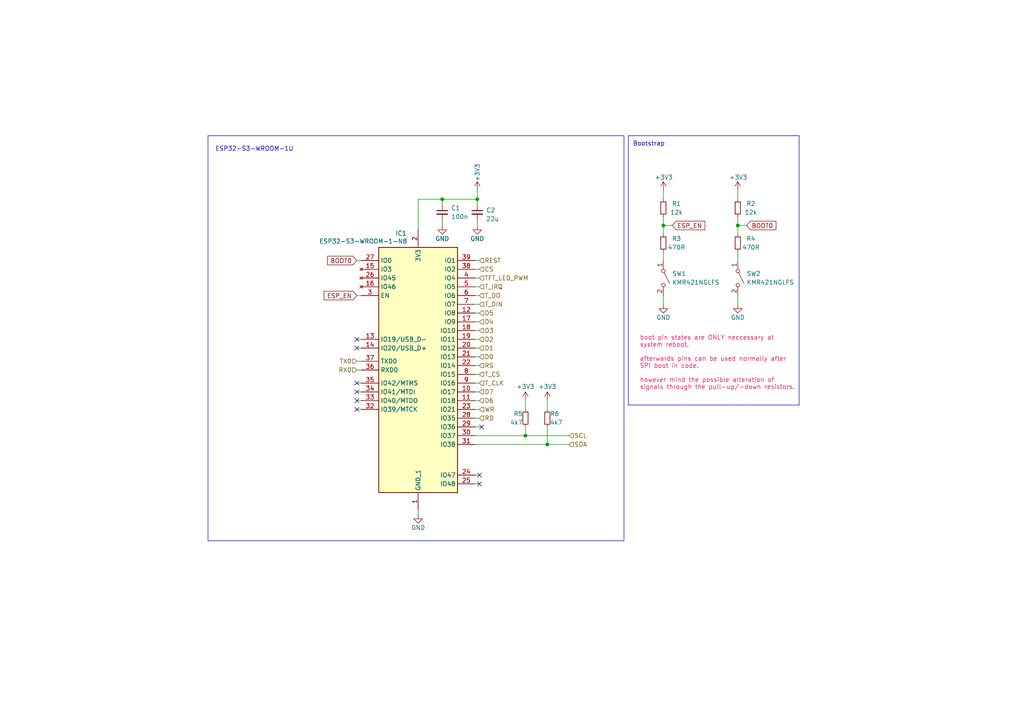
<source format=kicad_sch>
(kicad_sch (version 20231120) (generator "eeschema") (generator_version "8.0")
  (paper "A4")
  (lib_symbols
    (symbol "Device:C_Small" (pin_numbers hide) (pin_names (offset 0.254) hide)
      (property "Reference" "C" (at 0.254 1.778 0))
      (property "Value" "C_Small" (at 0.254 -2.032 0))
      (symbol "C_Small_0_1"
        (polyline (pts (xy -1.524 -0.508) (xy 1.524 -0.508)) (stroke (width 0.3302)))
        (polyline (pts (xy -1.524 0.508) (xy 1.524 0.508)) (stroke (width 0.3048)))
      )
      (symbol "C_Small_1_1"
        (pin passive line (at 0 2.54 270) (length 2.032) (name "~") (number "1"))
        (pin passive line (at 0 -2.54 90) (length 2.032) (name "~") (number "2"))
      )
    )
    (symbol "Device:R_Small" (pin_numbers hide) (pin_names (offset 0.254) hide)
      (property "Reference" "R" (at 0.762 0.508 0))
      (property "Value" "R_Small" (at 0.762 -1.016 0))
      (symbol "R_Small_0_1"
        (rectangle (start -0.762 1.778) (end 0.762 -1.778) (stroke (width 0.2032)))
      )
      (symbol "R_Small_1_1"
        (pin passive line (at 0 2.54 270) (length 0.762) (name "~") (number "1"))
        (pin passive line (at 0 -2.54 90) (length 0.762) (name "~") (number "2"))
      )
    )
    (symbol "ProjectSymbols:ESP32-S3-WROOM-1-N8R8"
      (property "Reference" "IC" (at 29.21 7.62 0))
      (property "Value" "ESP32-S3-WROOM-1-N8R8" (at 29.21 5.08 0))
      (symbol "ESP32-S3-WROOM-1-N8R8_1_1"
        (rectangle (start 5.08 2.54) (end 27.94 -68.58) (stroke (width 0.254)) (fill (type background)))
        (pin power_in line (at 16.51 -73.66 90) (length 5.08) (name "GND_1") (number "1"))
        (pin bidirectional line (at 33.02 -39.37 180) (length 5.08) (name "IO17") (number "10"))
        (pin bidirectional line (at 33.02 -41.91 180) (length 5.08) (name "IO18") (number "11"))
        (pin bidirectional line (at 33.02 -16.51 180) (length 5.08) (name "IO8") (number "12"))
        (pin bidirectional line (at 0 -24.13 0) (length 5.08) (name "IO19/USB_D-") (number "13"))
        (pin bidirectional line (at 0 -26.67 0) (length 5.08) (name "IO20/USB_D+") (number "14"))
        (pin no_connect line (at 0 -3.81 0) (length 5.08) (name "IO3") (number "15"))
        (pin no_connect line (at 0 -8.89 0) (length 5.08) (name "IO46") (number "16"))
        (pin bidirectional line (at 33.02 -19.05 180) (length 5.08) (name "IO9") (number "17"))
        (pin bidirectional line (at 33.02 -21.59 180) (length 5.08) (name "IO10") (number "18"))
        (pin bidirectional line (at 33.02 -24.13 180) (length 5.08) (name "IO11") (number "19"))
        (pin power_in line (at 16.51 7.62 270) (length 5.08) (name "3V3") (number "2"))
        (pin bidirectional line (at 33.02 -26.67 180) (length 5.08) (name "IO12") (number "20"))
        (pin bidirectional line (at 33.02 -29.21 180) (length 5.08) (name "IO13") (number "21"))
        (pin bidirectional line (at 33.02 -31.75 180) (length 5.08) (name "IO14") (number "22"))
        (pin bidirectional line (at 33.02 -44.45 180) (length 5.08) (name "IO21") (number "23"))
        (pin output line (at 33.02 -63.5 180) (length 5.08) (name "IO47") (number "24"))
        (pin output line (at 33.02 -66.04 180) (length 5.08) (name "IO48") (number "25"))
        (pin no_connect line (at 0 -6.35 0) (length 5.08) (name "IO45") (number "26"))
        (pin input line (at 0 -1.27 0) (length 5.08) (name "IO0") (number "27"))
        (pin bidirectional line (at 33.02 -46.99 180) (length 5.08) (name "IO35") (number "28"))
        (pin bidirectional line (at 33.02 -49.53 180) (length 5.08) (name "IO36") (number "29"))
        (pin input line (at 0 -11.43 0) (length 5.08) (name "EN") (number "3"))
        (pin bidirectional line (at 33.02 -52.07 180) (length 5.08) (name "IO37") (number "30"))
        (pin bidirectional line (at 33.02 -54.61 180) (length 5.08) (name "IO38") (number "31"))
        (pin bidirectional line (at 0 -44.45 0) (length 5.08) (name "IO39/MTCK") (number "32"))
        (pin bidirectional line (at 0 -41.91 0) (length 5.08) (name "IO40/MTDO") (number "33"))
        (pin bidirectional line (at 0 -39.37 0) (length 5.08) (name "IO41/MTDI") (number "34"))
        (pin bidirectional line (at 0 -36.83 0) (length 5.08) (name "IO42/MTMS") (number "35"))
        (pin passive line (at 0 -33.02 0) (length 5.08) (name "RXD0") (number "36"))
        (pin passive line (at 0 -30.48 0) (length 5.08) (name "TXD0") (number "37"))
        (pin bidirectional line (at 33.02 -3.81 180) (length 5.08) (name "IO2") (number "38"))
        (pin bidirectional line (at 33.02 -1.27 180) (length 5.08) (name "IO1") (number "39"))
        (pin bidirectional line (at 33.02 -6.35 180) (length 5.08) (name "IO4") (number "4"))
        (pin passive line (at 16.51 -73.66 90) (length 5.08) hide (name "GND_2") (number "40"))
        (pin passive line (at 16.51 -73.66 90) (length 5.08) hide (name "GND_3") (number "41"))
        (pin passive line (at 16.51 -73.66 90) (length 5.08) hide (name "GND_4") (number "42"))
        (pin passive line (at 16.51 -73.66 90) (length 5.08) hide (name "GND_5") (number "43"))
        (pin passive line (at 16.51 -73.66 90) (length 5.08) hide (name "GND_6") (number "44"))
        (pin passive line (at 16.51 -73.66 90) (length 5.08) hide (name "GND_7") (number "45"))
        (pin passive line (at 16.51 -73.66 90) (length 5.08) hide (name "GND_8") (number "46"))
        (pin passive line (at 16.51 -73.66 90) (length 5.08) hide (name "GND_9") (number "47"))
        (pin passive line (at 16.51 -73.66 90) (length 5.08) hide (name "GND_10") (number "48"))
        (pin passive line (at 16.51 -74.93 90) (length 5.08) hide (name "GND_11") (number "49"))
        (pin bidirectional line (at 33.02 -8.89 180) (length 5.08) (name "IO5") (number "5"))
        (pin bidirectional line (at 33.02 -11.43 180) (length 5.08) (name "IO6") (number "6"))
        (pin bidirectional line (at 33.02 -13.97 180) (length 5.08) (name "IO7") (number "7"))
        (pin bidirectional line (at 33.02 -34.29 180) (length 5.08) (name "IO15") (number "8"))
        (pin bidirectional line (at 33.02 -36.83 180) (length 5.08) (name "IO16") (number "9"))
      )
    )
    (symbol "Switch:SW_SPST" (pin_names (offset 0) hide)
      (property "Reference" "SW" (at 0 3.175 0))
      (property "Value" "SW_SPST" (at 0 -2.54 0))
      (symbol "SW_SPST_0_0"
        (circle (center -2.032 0) (radius 0.508))
        (polyline (pts (xy -1.524 0.254) (xy 1.524 1.778)))
        (circle (center 2.032 0) (radius 0.508))
      )
      (symbol "SW_SPST_1_1"
        (pin passive line (at -5.08 0 0) (length 2.54) (name "A") (number "1"))
        (pin passive line (at 5.08 0 180) (length 2.54) (name "B") (number "2"))
      )
    )
    (symbol "power:+3V3" (power) (pin_names (offset 0))
      (property "Value" "+3V3" (at 0 3.556 0))
      (symbol "+3V3_0_1"
        (polyline (pts (xy -0.762 1.27) (xy 0 2.54)))
        (polyline (pts (xy 0 0) (xy 0 2.54)))
        (polyline (pts (xy 0 2.54) (xy 0.762 1.27)))
      )
      (symbol "+3V3_1_1"
        (pin power_in line (at 0 0 90) (length 0) hide (name "+3V3") (number "1"))
      )
    )
    (symbol "power:GND" (power) (pin_names (offset 0))
      (property "Value" "GND" (at 0 -3.81 0))
      (symbol "GND_0_1"
        (polyline (pts (xy 0 0) (xy 0 -1.27) (xy 1.27 -1.27) (xy 0 -2.54) (xy -1.27 -1.27) (xy 0 -1.27)))
      )
      (symbol "GND_1_1"
        (pin power_in line (at 0 0 270) (length 0) hide (name "GND") (number "1"))
      )
    )
  )
  (junction (at 213.995 65.405))
  (junction (at 128.27 57.785))
  (junction (at 138.43 57.785))
  (junction (at 158.75 128.905))
  (junction (at 192.405 65.405))
  (junction (at 152.4 126.365))
  (no_connect (at 103.505 113.665))
  (no_connect (at 103.505 111.125))
  (no_connect (at 139.7 123.825))
  (no_connect (at 103.505 118.745))
  (no_connect (at 103.505 98.425))
  (no_connect (at 103.505 116.205))
  (no_connect (at 139.065 140.335))
  (no_connect (at 103.505 100.965))
  (no_connect (at 139.065 137.795))
  (wire (pts (xy 139.065 103.505) (xy 137.795 103.505)))
  (wire (pts (xy 121.285 149.225) (xy 121.285 147.955)))
  (wire (pts (xy 128.27 65.405) (xy 128.27 64.135)))
  (polyline (pts (xy 231.775 117.475) (xy 231.775 39.37)))
  (wire (pts (xy 139.7 123.825) (xy 137.795 123.825)))
  (wire (pts (xy 192.405 85.725) (xy 192.405 88.265)))
  (wire (pts (xy 103.505 113.665) (xy 104.775 113.665)))
  (wire (pts (xy 213.995 73.025) (xy 213.995 75.565)))
  (wire (pts (xy 139.065 95.885) (xy 137.795 95.885)))
  (wire (pts (xy 139.065 78.105) (xy 137.795 78.105)))
  (wire (pts (xy 139.065 111.125) (xy 137.795 111.125)))
  (wire (pts (xy 139.065 88.265) (xy 137.795 88.265)))
  (wire (pts (xy 103.505 75.565) (xy 104.775 75.565)))
  (wire (pts (xy 103.505 104.775) (xy 104.775 104.775)))
  (wire (pts (xy 213.995 85.725) (xy 213.995 88.265)))
  (wire (pts (xy 213.995 55.245) (xy 213.995 57.785)))
  (wire (pts (xy 138.43 59.055) (xy 138.43 57.785)))
  (wire (pts (xy 158.75 116.205) (xy 158.75 118.745)))
  (wire (pts (xy 192.405 55.245) (xy 192.405 57.785)))
  (wire (pts (xy 137.795 128.905) (xy 158.75 128.905)))
  (wire (pts (xy 121.285 57.785) (xy 121.285 66.675)))
  (wire (pts (xy 139.065 85.725) (xy 137.795 85.725)))
  (wire (pts (xy 139.065 98.425) (xy 137.795 98.425)))
  (wire (pts (xy 139.065 75.565) (xy 137.795 75.565)))
  (wire (pts (xy 103.505 116.205) (xy 104.775 116.205)))
  (wire (pts (xy 213.995 65.405) (xy 216.535 65.405)))
  (wire (pts (xy 128.27 57.785) (xy 138.43 57.785)))
  (polyline (pts (xy 182.245 39.37) (xy 182.245 117.475)))
  (wire (pts (xy 137.795 126.365) (xy 152.4 126.365)))
  (polyline (pts (xy 182.245 117.475) (xy 231.775 117.475)))
  (wire (pts (xy 139.065 113.665) (xy 137.795 113.665)))
  (wire (pts (xy 152.4 123.825) (xy 152.4 126.365)))
  (wire (pts (xy 192.405 62.865) (xy 192.405 65.405)))
  (wire (pts (xy 213.995 65.405) (xy 213.995 67.945)))
  (wire (pts (xy 192.405 65.405) (xy 192.405 67.945)))
  (wire (pts (xy 152.4 126.365) (xy 165.1 126.365)))
  (wire (pts (xy 139.065 137.795) (xy 137.795 137.795)))
  (wire (pts (xy 121.285 57.785) (xy 128.27 57.785)))
  (wire (pts (xy 128.27 59.055) (xy 128.27 57.785)))
  (wire (pts (xy 192.405 73.025) (xy 192.405 75.565)))
  (wire (pts (xy 152.4 116.205) (xy 152.4 118.745)))
  (wire (pts (xy 103.505 111.125) (xy 104.775 111.125)))
  (wire (pts (xy 139.065 140.335) (xy 137.795 140.335)))
  (wire (pts (xy 139.065 121.285) (xy 137.795 121.285)))
  (wire (pts (xy 138.43 55.245) (xy 138.43 57.785)))
  (wire (pts (xy 139.065 83.185) (xy 137.795 83.185)))
  (wire (pts (xy 103.505 118.745) (xy 104.775 118.745)))
  (wire (pts (xy 139.065 93.345) (xy 137.795 93.345)))
  (wire (pts (xy 139.065 100.965) (xy 137.795 100.965)))
  (wire (pts (xy 139.065 90.805) (xy 137.795 90.805)))
  (wire (pts (xy 139.065 106.045) (xy 137.795 106.045)))
  (wire (pts (xy 103.505 85.725) (xy 104.775 85.725)))
  (wire (pts (xy 158.75 123.825) (xy 158.75 128.905)))
  (wire (pts (xy 139.065 116.205) (xy 137.795 116.205)))
  (wire (pts (xy 158.75 128.905) (xy 165.1 128.905)))
  (wire (pts (xy 139.065 108.585) (xy 137.795 108.585)))
  (polyline (pts (xy 231.775 39.37) (xy 182.245 39.37)))
  (wire (pts (xy 213.995 62.865) (xy 213.995 65.405)))
  (wire (pts (xy 192.405 65.405) (xy 194.945 65.405)))
  (wire (pts (xy 103.505 100.965) (xy 104.775 100.965)))
  (wire (pts (xy 103.505 107.315) (xy 104.775 107.315)))
  (wire (pts (xy 138.43 65.405) (xy 138.43 64.135)))
  (wire (pts (xy 139.065 80.645) (xy 137.795 80.645)))
  (wire (pts (xy 139.065 118.745) (xy 137.795 118.745)))
  (wire (pts (xy 103.505 98.425) (xy 104.775 98.425)))
  (rectangle (start 60.325 39.37) (end 180.975 156.845))
  (text "ESP32-S3-WROOM-1U" (at 73.787 43.307 0) (effects (font (size 1.27 1.27))))
  (text "Bootstrap" (at 183.515 42.545 0) (effects (font (size 1.27 1.27)) (justify left bottom)))
  (text "boot pin states are ONLY neccessary at \nsystem reboot.\n\nafterwards pins can be used normally after \nSPI boot in code.\n\nhowever mind the possible alteration of \nsignals through the pull-up/-down resistors." (at 185.547 113.157 0) (effects (font (size 1.27 1.27)) (justify left bottom)))
  (global_label "ESP_EN" (shape input) (at 194.945 65.405 0) (property "Intersheetrefs" "${INTERSHEET_REFS}" (effects (hide yes))))
  (global_label "BOOT0" (shape input) (at 103.505 75.565 180) (property "Intersheetrefs" "${INTERSHEET_REFS}" (effects (hide yes))))
  (global_label "ESP_EN" (shape input) (at 103.505 85.725 180) (property "Intersheetrefs" "${INTERSHEET_REFS}" (effects (hide yes))))
  (global_label "BOOT0" (shape input) (at 216.535 65.405 0) (property "Intersheetrefs" "${INTERSHEET_REFS}" (effects (hide yes))))
  (hierarchical_label "CS" (shape input) (at 139.065 78.105 0))
  (hierarchical_label "D0" (shape input) (at 139.065 103.505 0))
  (hierarchical_label "D1" (shape input) (at 139.065 100.965 0))
  (hierarchical_label "WR" (shape input) (at 139.065 118.745 0))
  (hierarchical_label "D3" (shape input) (at 139.065 95.885 0))
  (hierarchical_label "D5" (shape input) (at 139.065 90.805 0))
  (hierarchical_label "D4" (shape input) (at 139.065 93.345 0))
  (hierarchical_label "RX0" (shape input) (at 103.505 107.315 180))
  (hierarchical_label "T_CLK" (shape input) (at 139.065 111.125 0))
  (hierarchical_label "T_CS" (shape input) (at 139.065 108.585 0))
  (hierarchical_label "SDA" (shape input) (at 165.1 128.905 0))
  (hierarchical_label "T_DIN" (shape input) (at 139.065 88.265 0))
  (hierarchical_label "SCL" (shape input) (at 165.1 126.365 0))
  (hierarchical_label "TFT_LED_PWM" (shape input) (at 139.065 80.645 0))
  (hierarchical_label "RS" (shape input) (at 139.065 106.045 0))
  (hierarchical_label "D2" (shape input) (at 139.065 98.425 0))
  (hierarchical_label "D7" (shape input) (at 139.065 113.665 0))
  (hierarchical_label "D6" (shape input) (at 139.065 116.205 0))
  (hierarchical_label "RD" (shape input) (at 139.065 121.285 0))
  (hierarchical_label "REST" (shape input) (at 139.065 75.565 0))
  (hierarchical_label "T_DO" (shape input) (at 139.065 85.725 0))
  (hierarchical_label "T_IRQ" (shape input) (at 139.065 83.185 0))
  (hierarchical_label "TX0" (shape input) (at 103.505 104.775 180))
  (symbol (lib_id "power:GND") (at 213.995 88.265 0) (unit 1)
    (property "Reference" "#PWR7" (effects (hide yes)))
    (property "Value" "GND" (at 213.995 92.075 0))
  )
  (symbol (lib_id "power:+3V3") (at 158.75 116.205 0) (unit 1)
    (property "Reference" "#PWR9" (effects (hide yes)))
    (property "Value" "+3V3" (at 158.75 112.141 0))
    (property "Description" "Power symbol creates a global label with name \"+3V3\"" (effects (hide yes)))
  )
  (symbol (lib_id "Device:R_Small") (at 192.405 70.485 180) (unit 1)
    (property "Reference" "R3" (at 196.215 69.215 0))
    (property "Value" "470R" (at 196.215 71.755 0))
    (property "Footprint" "Resistor_SMD:R_0603_1608Metric" (effects (hide yes)))
    (property "Datasheet" "https://www.vishay.com/doc?20035" (effects (hide yes)))
    (property "MNR" "71-CRCW0603-470-E3 " (effects (hide yes)))
    (property "LCSC" "C114669" (effects (hide yes)))
  )
  (symbol (lib_id "Switch:SW_SPST") (at 192.405 80.645 270) (unit 1)
    (property "Reference" "SW1" (at 194.945 79.3749 90) (effects (justify left)))
    (property "Value" "KMR421NGLFS" (at 194.945 81.9149 90) (effects (justify left)))
    (property "Footprint" "ProjectFootprints:KMR421NGLFS" (effects (hide yes)))
    (property "Datasheet" "https://www.mouser.de/datasheet/2/240/kmr4-3050893.pdf" (effects (hide yes)))
    (property "MNR" "611-KMR421NGLFS" (effects (hide yes)))
    (property "LCSC" "C221687" (effects (hide yes)))
  )
  (symbol (lib_id "power:GND") (at 138.43 65.405 0) (unit 1)
    (property "Reference" "#PWR5" (effects (hide yes)))
    (property "Value" "GND" (at 138.43 69.215 0))
  )
  (symbol (lib_id "Device:C_Small") (at 138.43 61.595 0) (unit 1)
    (property "Reference" "C2" (at 140.97 60.9663 0) (effects (justify left)))
    (property "Value" "22u" (at 140.97 63.5063 0) (effects (justify left)))
    (property "Footprint" "Capacitor_SMD:C_0603_1608Metric" (effects (hide yes)))
    (property "Datasheet" "https://search.murata.co.jp/Ceramy/image/img/A01X/G101/ENG/GRM188C61E226ME01-01A.pdf" (effects (hide yes)))
    (property "MNR" "81-GRM188C61E226ME1J " (effects (hide yes)))
    (property "LCSC" "C59461" (effects (hide yes)))
  )
  (symbol (lib_id "Device:R_Small") (at 213.995 70.485 180) (unit 1)
    (property "Reference" "R4" (at 217.805 69.215 0))
    (property "Value" "470R" (at 217.805 71.755 0))
    (property "Footprint" "Resistor_SMD:R_0603_1608Metric" (effects (hide yes)))
    (property "Datasheet" "https://www.vishay.com/doc?20035" (effects (hide yes)))
    (property "MNR" "71-CRCW0603-470-E3 " (effects (hide yes)))
    (property "LCSC" "C114669" (effects (hide yes)))
  )
  (symbol (lib_id "Switch:SW_SPST") (at 213.995 80.645 270) (unit 1)
    (property "Reference" "SW2" (at 216.535 79.3749 90) (effects (justify left)))
    (property "Value" "KMR421NGLFS" (at 216.535 81.9149 90) (effects (justify left)))
    (property "Footprint" "ProjectFootprints:KMR421NGLFS" (effects (hide yes)))
    (property "Datasheet" "https://www.mouser.de/datasheet/2/240/kmr4-3050893.pdf" (effects (hide yes)))
    (property "MNR" "611-KMR421NGLFS" (effects (hide yes)))
    (property "LCSC" "C221687" (effects (hide yes)))
  )
  (symbol (lib_id "power:GND") (at 121.285 149.225 0) (unit 1)
    (property "Reference" "#PWR12" (effects (hide yes)))
    (property "Value" "GND" (at 121.285 153.035 0))
  )
  (symbol (lib_id "Device:C_Small") (at 128.27 61.595 0) (unit 1)
    (property "Reference" "C1" (at 130.81 60.3312 0) (effects (justify left)))
    (property "Value" "100n" (at 130.81 62.8712 0) (effects (justify left)))
    (property "Footprint" "Capacitor_SMD:C_0603_1608Metric" (effects (hide yes)))
    (property "Datasheet" "https://www.mouser.de/datasheet/2/281/1/GCM188R91E104KA37_04A-3144793.pdf" (effects (hide yes)))
    (property "Description" "Unpolarized capacitor, small symbol" (effects (hide yes)))
    (property "MNR" "81-GCM188R91E104KA7D" (effects (hide yes)))
    (property "LCSC" "C1591" (effects (hide yes)))
  )
  (symbol (lib_id "power:+3V3") (at 138.43 55.245 0) (unit 1)
    (property "Reference" "#PWR1" (effects (hide yes)))
    (property "Value" "+3V3" (at 138.43 52.705 90) (effects (justify left)))
  )
  (symbol (lib_id "Device:R_Small") (at 192.405 60.325 180) (unit 1)
    (property "Reference" "R1" (at 196.215 59.055 0))
    (property "Value" "12k" (at 196.215 61.595 0))
    (property "Footprint" "Resistor_SMD:R_0603_1608Metric" (effects (hide yes)))
    (property "Datasheet" "https://www.vishay.com/doc?20035" (effects (hide yes)))
    (property "MNR" "71-CRCW0603-12K-E3 " (effects (hide yes)))
    (property "LCSC" "C114659" (effects (hide yes)))
  )
  (symbol (lib_id "power:+3V3") (at 192.405 55.245 0) (unit 1)
    (property "Reference" "#PWR2" (effects (hide yes)))
    (property "Value" "+3V3" (at 189.865 51.435 0) (effects (justify left)))
  )
  (symbol (lib_id "Device:R_Small") (at 158.75 121.285 0) (unit 1)
    (property "Reference" "R6" (at 159.512 120.015 0) (effects (justify left)))
    (property "Value" "4k7" (at 159.512 122.555 0) (effects (justify left)))
    (property "Footprint" "Resistor_SMD:R_0603_1608Metric" (effects (hide yes)))
    (property "Datasheet" "https://www.vishay.com/doc?20035" (effects (hide yes)))
    (property "Description" "Resistor, small symbol" (effects (hide yes)))
    (property "MNR" "71-CRCW0603-4.7K-E3 " (effects (hide yes)))
    (property "LCSC" "C99782" (effects (hide yes)))
  )
  (symbol (lib_id "power:GND") (at 192.405 88.265 0) (unit 1)
    (property "Reference" "#PWR6" (effects (hide yes)))
    (property "Value" "GND" (at 192.405 92.075 0))
  )
  (symbol (lib_id "power:+3V3") (at 152.4 116.205 0) (unit 1)
    (property "Reference" "#PWR8" (effects (hide yes)))
    (property "Value" "+3V3" (at 152.4 112.141 0))
    (property "Description" "Power symbol creates a global label with name \"+3V3\"" (effects (hide yes)))
  )
  (symbol (lib_id "power:+3V3") (at 213.995 55.245 0) (unit 1)
    (property "Reference" "#PWR3" (effects (hide yes)))
    (property "Value" "+3V3" (at 211.455 51.435 0) (effects (justify left)))
  )
  (symbol (lib_id "power:GND") (at 128.27 65.405 0) (unit 1)
    (property "Reference" "#PWR4" (effects (hide yes)))
    (property "Value" "GND" (at 128.27 69.215 0))
  )
  (symbol (lib_id "Device:R_Small") (at 152.4 121.285 0) (mirror y) (unit 1)
    (property "Reference" "R5" (at 151.638 120.015 0) (effects (justify left)))
    (property "Value" "4k7" (at 151.638 122.555 0) (effects (justify left)))
    (property "Footprint" "Resistor_SMD:R_0603_1608Metric" (effects (hide yes)))
    (property "Datasheet" "https://www.vishay.com/doc?20035" (effects (hide yes)))
    (property "Description" "Resistor, small symbol" (effects (hide yes)))
    (property "MNR" "71-CRCW0603-4.7K-E3 " (effects (hide yes)))
    (property "LCSC" "C99782" (effects (hide yes)))
  )
  (symbol (lib_id "ProjectSymbols:ESP32-S3-WROOM-1-N8R8") (at 104.775 74.295 0) (unit 1)
    (property "Reference" "IC1" (at 114.681 67.691 0) (effects (justify left)))
    (property "Value" "ESP32-S3-WROOM-1-N8" (at 92.583 69.977 0) (effects (justify left)))
    (property "Footprint" "ProjectFootprints:ESP32S3WROOM1N8R8" (effects (hide yes)))
    (property "Datasheet" "https://www.mouser.de/datasheet/2/891/esp32_s3_wroom_1_wroom_1u_datasheet_en-2930317.pdf" (effects (hide yes)))
    (property "Description" "Multiprotocol Modules SMD Module, ESP32-S3R8, 8 MB Octal PSRAM Die, 8 MB Quad SPI Flash, IPEX Antenna Connector" (effects (hide yes)))
    (property "MNR" "356-ESP32-S3WROOM1N8 " (effects (hide yes)))
    (property "LCSC" "C2913198" (effects (hide yes)))
  )
  (symbol (lib_id "Device:R_Small") (at 213.995 60.325 180) (unit 1)
    (property "Reference" "R2" (at 217.805 59.055 0))
    (property "Value" "12k" (at 217.805 61.595 0))
    (property "Footprint" "Resistor_SMD:R_0603_1608Metric" (effects (hide yes)))
    (property "Datasheet" "https://www.vishay.com/doc?20035" (effects (hide yes)))
    (property "MNR" "71-CRCW0603-12K-E3 " (effects (hide yes)))
    (property "LCSC" "C114659" (effects (hide yes)))
  )
)
</source>
